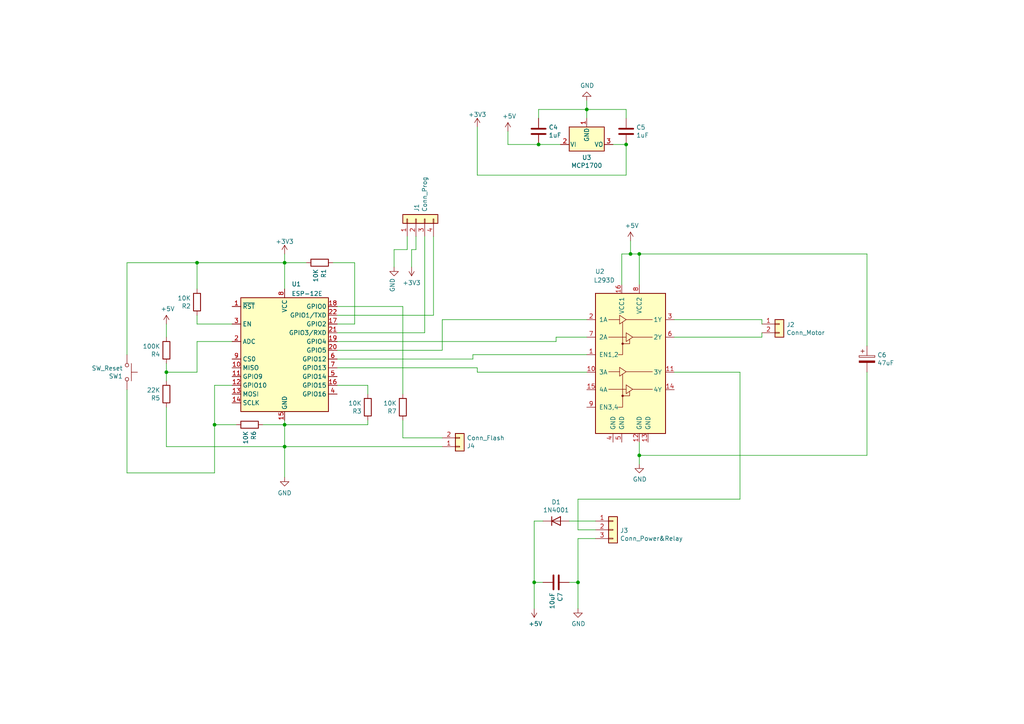
<source format=kicad_sch>
(kicad_sch (version 20211123) (generator eeschema)
  (paper "A4")
  (title_block (title "Automatisation lampe IKEA") (date "2021-12-26") (rev "1.1.3") (company "MAXIME MAUCOURANT"))
  (lib_symbols
    (symbol "Connector_Generic:Conn_01x02" (pin_names (offset 1.016) hide)
      (property "Reference" "J" (at 0 2.54 0))
      (property "Value" "Conn_01x02" (at 0 -5.08 0))
      (symbol "Conn_01x02_1_1"
        (rectangle (start -1.27 -2.413) (end 0 -2.667) (stroke (width 0.1524)))
        (rectangle (start -1.27 0.127) (end 0 -0.127) (stroke (width 0.1524)))
        (rectangle (start -1.27 1.27) (end 1.27 -3.81) (stroke (width 0.254)) (fill (type background)))
        (pin passive line (at -5.08 0 0) (length 3.81) (name "Pin_1") (number "1"))
        (pin passive line (at -5.08 -2.54 0) (length 3.81) (name "Pin_2") (number "2"))
      )
    )
    (symbol "Connector_Generic:Conn_01x03" (pin_names (offset 1.016) hide)
      (property "Reference" "J" (at 0 5.08 0))
      (property "Value" "Conn_01x03" (at 0 -5.08 0))
      (symbol "Conn_01x03_1_1"
        (rectangle (start -1.27 -2.413) (end 0 -2.667) (stroke (width 0.1524)))
        (rectangle (start -1.27 0.127) (end 0 -0.127) (stroke (width 0.1524)))
        (rectangle (start -1.27 2.667) (end 0 2.413) (stroke (width 0.1524)))
        (rectangle (start -1.27 3.81) (end 1.27 -3.81) (stroke (width 0.254)) (fill (type background)))
        (pin passive line (at -5.08 2.54 0) (length 3.81) (name "Pin_1") (number "1"))
        (pin passive line (at -5.08 0 0) (length 3.81) (name "Pin_2") (number "2"))
        (pin passive line (at -5.08 -2.54 0) (length 3.81) (name "Pin_3") (number "3"))
      )
    )
    (symbol "Connector_Generic:Conn_01x04" (pin_names (offset 1.016) hide)
      (property "Reference" "J" (at 0 5.08 0))
      (property "Value" "Conn_01x04" (at 0 -7.62 0))
      (symbol "Conn_01x04_1_1"
        (rectangle (start -1.27 -4.953) (end 0 -5.207) (stroke (width 0.1524)))
        (rectangle (start -1.27 -2.413) (end 0 -2.667) (stroke (width 0.1524)))
        (rectangle (start -1.27 0.127) (end 0 -0.127) (stroke (width 0.1524)))
        (rectangle (start -1.27 2.667) (end 0 2.413) (stroke (width 0.1524)))
        (rectangle (start -1.27 3.81) (end 1.27 -6.35) (stroke (width 0.254)) (fill (type background)))
        (pin passive line (at -5.08 2.54 0) (length 3.81) (name "Pin_1") (number "1"))
        (pin passive line (at -5.08 0 0) (length 3.81) (name "Pin_2") (number "2"))
        (pin passive line (at -5.08 -2.54 0) (length 3.81) (name "Pin_3") (number "3"))
        (pin passive line (at -5.08 -5.08 0) (length 3.81) (name "Pin_4") (number "4"))
      )
    )
    (symbol "Device:C" (pin_numbers hide) (pin_names (offset 0.254))
      (property "Reference" "C" (at 0.635 2.54 0))
      (property "Value" "C" (at 0.635 -2.54 0))
      (symbol "C_0_1"
        (polyline (pts (xy -2.032 -0.762) (xy 2.032 -0.762)) (stroke (width 0.508)))
        (polyline (pts (xy -2.032 0.762) (xy 2.032 0.762)) (stroke (width 0.508)))
      )
      (symbol "C_1_1"
        (pin passive line (at 0 3.81 270) (length 2.794) (name "~") (number "1"))
        (pin passive line (at 0 -3.81 90) (length 2.794) (name "~") (number "2"))
      )
    )
    (symbol "Device:CP" (pin_numbers hide) (pin_names (offset 0.254))
      (property "Reference" "C" (at 0.635 2.54 0))
      (property "Value" "Device_CP" (at 0.635 -2.54 0))
      (symbol "CP_0_1"
        (rectangle (start -2.286 0.508) (end 2.286 1.016))
        (polyline (pts (xy -1.778 2.286) (xy -0.762 2.286)))
        (polyline (pts (xy -1.27 2.794) (xy -1.27 1.778)))
        (rectangle (start 2.286 -0.508) (end -2.286 -1.016) (fill (type outline)))
      )
      (symbol "CP_1_1"
        (pin passive line (at 0 3.81 270) (length 2.794) (name "~") (number "1"))
        (pin passive line (at 0 -3.81 90) (length 2.794) (name "~") (number "2"))
      )
    )
    (symbol "Device:R" (pin_numbers hide) (pin_names (offset 0))
      (property "Reference" "R" (at 2.032 0 90))
      (property "Value" "R" (at 0 0 90))
      (symbol "R_0_1"
        (rectangle (start -1.016 -2.54) (end 1.016 2.54) (stroke (width 0.254)))
      )
      (symbol "R_1_1"
        (pin passive line (at 0 3.81 270) (length 1.27) (name "~") (number "1"))
        (pin passive line (at 0 -3.81 90) (length 1.27) (name "~") (number "2"))
      )
    )
    (symbol "Diode:1N4001" (pin_numbers hide) (pin_names (offset 1.016) hide)
      (property "Reference" "D" (at 0 2.54 0))
      (property "Value" "1N4001" (at 0 -2.54 0))
      (symbol "1N4001_0_1"
        (polyline (pts (xy -1.27 1.27) (xy -1.27 -1.27)) (stroke (width 0.254)))
        (polyline (pts (xy 1.27 0) (xy -1.27 0)))
        (polyline (pts (xy 1.27 1.27) (xy 1.27 -1.27) (xy -1.27 0) (xy 1.27 1.27)) (stroke (width 0.254)))
      )
      (symbol "1N4001_1_1"
        (pin passive line (at -3.81 0 0) (length 2.54) (name "K") (number "1"))
        (pin passive line (at 3.81 0 180) (length 2.54) (name "A") (number "2"))
      )
    )
    (symbol "Driver_Motor:L293D" (pin_names (offset 1.016))
      (property "Reference" "U" (at -5.08 26.035 0))
      (property "Value" "L293D" (at -5.08 24.13 0))
      (symbol "L293D_0_1"
        (rectangle (start -10.16 22.86) (end 10.16 -17.78) (stroke (width 0.254)) (fill (type background)))
        (circle (center -2.286 -6.858) (radius 0.254) (fill (type outline)))
        (circle (center -2.286 8.255) (radius 0.254) (fill (type outline)))
        (polyline (pts (xy -6.35 -4.953) (xy -1.27 -4.953)))
        (polyline (pts (xy -6.35 0.127) (xy -3.175 0.127)))
        (polyline (pts (xy -6.35 10.16) (xy -1.27 10.16)))
        (polyline (pts (xy -6.35 15.24) (xy -3.175 15.24)))
        (polyline (pts (xy -1.27 0.127) (xy 6.35 0.127)))
        (polyline (pts (xy -1.27 15.24) (xy 6.35 15.24)))
        (polyline (pts (xy 0.635 -4.953) (xy 6.35 -4.953)))
        (polyline (pts (xy 0.635 10.16) (xy 6.35 10.16)))
        (polyline (pts (xy -2.286 -6.858) (xy -0.254 -6.858) (xy -0.254 -5.588)))
        (polyline (pts (xy -2.286 -0.635) (xy -2.286 -10.16) (xy -3.556 -10.16)))
        (polyline (pts (xy -2.286 8.255) (xy -0.254 8.255) (xy -0.254 9.525)))
        (polyline (pts (xy -2.286 14.478) (xy -2.286 5.08) (xy -3.556 5.08)))
        (polyline (pts (xy -3.175 1.397) (xy -3.175 -1.143) (xy -1.27 0.127) (xy -3.175 1.397)))
        (polyline (pts (xy -3.175 16.51) (xy -3.175 13.97) (xy -1.27 15.24) (xy -3.175 16.51)))
        (polyline (pts (xy -1.27 -3.683) (xy -1.27 -6.223) (xy 0.635 -4.953) (xy -1.27 -3.683)))
        (polyline (pts (xy -1.27 11.43) (xy -1.27 8.89) (xy 0.635 10.16) (xy -1.27 11.43)))
      )
      (symbol "L293D_1_1"
        (pin input line (at -12.7 5.08 0) (length 2.54) (name "EN1,2") (number "1"))
        (pin input line (at -12.7 0 0) (length 2.54) (name "3A") (number "10"))
        (pin output line (at 12.7 0 180) (length 2.54) (name "3Y") (number "11"))
        (pin power_in line (at 2.54 -20.32 90) (length 2.54) (name "GND") (number "12"))
        (pin power_in line (at 5.08 -20.32 90) (length 2.54) (name "GND") (number "13"))
        (pin output line (at 12.7 -5.08 180) (length 2.54) (name "4Y") (number "14"))
        (pin input line (at -12.7 -5.08 0) (length 2.54) (name "4A") (number "15"))
        (pin power_in line (at -2.54 25.4 270) (length 2.54) (name "VCC1") (number "16"))
        (pin input line (at -12.7 15.24 0) (length 2.54) (name "1A") (number "2"))
        (pin output line (at 12.7 15.24 180) (length 2.54) (name "1Y") (number "3"))
        (pin power_in line (at -5.08 -20.32 90) (length 2.54) (name "GND") (number "4"))
        (pin power_in line (at -2.54 -20.32 90) (length 2.54) (name "GND") (number "5"))
        (pin output line (at 12.7 10.16 180) (length 2.54) (name "2Y") (number "6"))
        (pin input line (at -12.7 10.16 0) (length 2.54) (name "2A") (number "7"))
        (pin power_in line (at 2.54 25.4 270) (length 2.54) (name "VCC2") (number "8"))
        (pin input line (at -12.7 -10.16 0) (length 2.54) (name "EN3,4") (number "9"))
      )
    )
    (symbol "RF_Module:ESP-12E"
      (property "Reference" "U" (at -12.7 19.05 0))
      (property "Value" "ESP-12E" (at 12.7 19.05 0))
      (symbol "ESP-12E_0_1"
        (rectangle (start -12.7 17.78) (end 12.7 -15.24) (stroke (width 0.254)) (fill (type background)))
      )
      (symbol "ESP-12E_1_1"
        (pin input line (at -15.24 15.24 0) (length 2.54) (name "~{RST}") (number "1"))
        (pin bidirectional line (at -15.24 -2.54 0) (length 2.54) (name "MISO") (number "10"))
        (pin bidirectional line (at -15.24 -5.08 0) (length 2.54) (name "GPIO9") (number "11"))
        (pin bidirectional line (at -15.24 -7.62 0) (length 2.54) (name "GPIO10") (number "12"))
        (pin bidirectional line (at -15.24 -10.16 0) (length 2.54) (name "MOSI") (number "13"))
        (pin bidirectional line (at -15.24 -12.7 0) (length 2.54) (name "SCLK") (number "14"))
        (pin power_in line (at 0 -17.78 90) (length 2.54) (name "GND") (number "15"))
        (pin bidirectional line (at 15.24 -7.62 180) (length 2.54) (name "GPIO15") (number "16"))
        (pin bidirectional line (at 15.24 10.16 180) (length 2.54) (name "GPIO2") (number "17"))
        (pin bidirectional line (at 15.24 15.24 180) (length 2.54) (name "GPIO0") (number "18"))
        (pin bidirectional line (at 15.24 5.08 180) (length 2.54) (name "GPIO4") (number "19"))
        (pin input line (at -15.24 5.08 0) (length 2.54) (name "ADC") (number "2"))
        (pin bidirectional line (at 15.24 2.54 180) (length 2.54) (name "GPIO5") (number "20"))
        (pin bidirectional line (at 15.24 7.62 180) (length 2.54) (name "GPIO3/RXD") (number "21"))
        (pin bidirectional line (at 15.24 12.7 180) (length 2.54) (name "GPIO1/TXD") (number "22"))
        (pin input line (at -15.24 10.16 0) (length 2.54) (name "EN") (number "3"))
        (pin bidirectional line (at 15.24 -10.16 180) (length 2.54) (name "GPIO16") (number "4"))
        (pin bidirectional line (at 15.24 -5.08 180) (length 2.54) (name "GPIO14") (number "5"))
        (pin bidirectional line (at 15.24 0 180) (length 2.54) (name "GPIO12") (number "6"))
        (pin bidirectional line (at 15.24 -2.54 180) (length 2.54) (name "GPIO13") (number "7"))
        (pin power_in line (at 0 20.32 270) (length 2.54) (name "VCC") (number "8"))
        (pin input line (at -15.24 0 0) (length 2.54) (name "CS0") (number "9"))
      )
    )
    (symbol "Regulator_Linear:MCP1700-1202E_TO92" (pin_names (offset 0.254))
      (property "Reference" "U" (at -3.81 -3.175 0))
      (property "Value" "MCP1700-1202E_TO92" (at 0 -3.175 0))
      (symbol "MCP1700-1202E_TO92_0_1"
        (rectangle (start -5.08 5.08) (end 5.08 -1.905) (stroke (width 0.254)) (fill (type background)))
      )
      (symbol "MCP1700-1202E_TO92_1_1"
        (pin power_in line (at 0 7.62 270) (length 2.54) (name "GND") (number "1"))
        (pin power_in line (at -7.62 0 0) (length 2.54) (name "VI") (number "2"))
        (pin power_out line (at 7.62 0 180) (length 2.54) (name "VO") (number "3"))
      )
    )
    (symbol "Switch:SW_Push" (pin_numbers hide) (pin_names (offset 1.016) hide)
      (property "Reference" "SW" (at 1.27 2.54 0))
      (property "Value" "SW_Push" (at 0 -1.524 0))
      (symbol "SW_Push_0_1"
        (circle (center -2.032 0) (radius 0.508))
        (polyline (pts (xy 0 1.27) (xy 0 3.048)))
        (polyline (pts (xy 2.54 1.27) (xy -2.54 1.27)))
        (circle (center 2.032 0) (radius 0.508))
        (pin passive line (at -5.08 0 0) (length 2.54) (name "1") (number "1"))
        (pin passive line (at 5.08 0 180) (length 2.54) (name "2") (number "2"))
      )
    )
    (symbol "power:+3.3V" (power) (pin_names (offset 0))
      (property "Value" "+3.3V" (at 0 3.556 0))
      (symbol "+3.3V_0_1"
        (polyline (pts (xy -0.762 1.27) (xy 0 2.54)))
        (polyline (pts (xy 0 0) (xy 0 2.54)))
        (polyline (pts (xy 0 2.54) (xy 0.762 1.27)))
      )
      (symbol "+3.3V_1_1"
        (pin power_in line (at 0 0 90) (length 0) hide (name "+3V3") (number "1"))
      )
    )
    (symbol "power:+5V" (power) (pin_names (offset 0))
      (property "Value" "+5V" (at 0 3.556 0))
      (symbol "+5V_0_1"
        (polyline (pts (xy -0.762 1.27) (xy 0 2.54)))
        (polyline (pts (xy 0 0) (xy 0 2.54)))
        (polyline (pts (xy 0 2.54) (xy 0.762 1.27)))
      )
      (symbol "+5V_1_1"
        (pin power_in line (at 0 0 90) (length 0) hide (name "+5V") (number "1"))
      )
    )
    (symbol "power:GND" (power) (pin_names (offset 0))
      (property "Value" "GND" (at 0 -3.81 0))
      (symbol "GND_0_1"
        (polyline (pts (xy 0 0) (xy 0 -1.27) (xy 1.27 -1.27) (xy 0 -2.54) (xy -1.27 -1.27) (xy 0 -1.27)))
      )
      (symbol "GND_1_1"
        (pin power_in line (at 0 0 270) (length 0) hide (name "GND") (number "1"))
      )
    )
  )
  (junction (at 170.18 31.75))
  (junction (at 156.21 41.91))
  (junction (at 167.64 168.91))
  (junction (at 185.42 132.08))
  (junction (at 57.15 76.2))
  (junction (at 48.26 107.95))
  (junction (at 82.55 123.19))
  (junction (at 82.55 76.2))
  (junction (at 62.23 123.19))
  (junction (at 154.94 168.91))
  (junction (at 181.61 41.91))
  (junction (at 182.88 73.66))
  (junction (at 185.42 73.66))
  (junction (at 82.55 129.54))
  (wire (pts (xy 62.23 111.76) (xy 62.23 123.19)))
  (wire (pts (xy 170.18 31.75) (xy 170.18 29.21)))
  (wire (pts (xy 195.58 107.95) (xy 214.63 107.95)))
  (wire (pts (xy 97.79 111.76) (xy 106.68 111.76)))
  (wire (pts (xy 36.83 113.03) (xy 36.83 137.16)))
  (wire (pts (xy 36.83 102.87) (xy 36.83 76.2)))
  (wire (pts (xy 137.16 104.14) (xy 97.79 104.14)))
  (wire (pts (xy 161.29 99.06) (xy 161.29 97.79)))
  (wire (pts (xy 97.79 88.9) (xy 116.84 88.9)))
  (wire (pts (xy 123.19 68.58) (xy 123.19 96.52)))
  (wire (pts (xy 157.48 168.91) (xy 154.94 168.91)))
  (wire (pts (xy 76.2 123.19) (xy 82.55 123.19)))
  (wire (pts (xy 251.46 107.95) (xy 251.46 132.08)))
  (wire (pts (xy 181.61 34.29) (xy 181.61 31.75)))
  (wire (pts (xy 67.31 99.06) (xy 57.15 99.06)))
  (wire (pts (xy 165.1 168.91) (xy 167.64 168.91)))
  (wire (pts (xy 82.55 123.19) (xy 82.55 129.54)))
  (wire (pts (xy 195.58 92.71) (xy 220.98 92.71)))
  (wire (pts (xy 82.55 121.92) (xy 82.55 123.19)))
  (wire (pts (xy 167.64 153.67) (xy 172.72 153.67)))
  (wire (pts (xy 170.18 92.71) (xy 128.27 92.71)))
  (wire (pts (xy 120.65 72.39) (xy 120.65 68.58)))
  (wire (pts (xy 147.32 41.91) (xy 156.21 41.91)))
  (wire (pts (xy 48.26 107.95) (xy 48.26 110.49)))
  (wire (pts (xy 82.55 129.54) (xy 82.55 138.43)))
  (wire (pts (xy 138.43 50.8) (xy 138.43 36.83)))
  (wire (pts (xy 177.8 41.91) (xy 181.61 41.91)))
  (wire (pts (xy 214.63 144.78) (xy 214.63 107.95)))
  (wire (pts (xy 102.87 76.2) (xy 102.87 93.98)))
  (wire (pts (xy 119.38 72.39) (xy 119.38 77.47)))
  (wire (pts (xy 62.23 111.76) (xy 67.31 111.76)))
  (wire (pts (xy 82.55 76.2) (xy 82.55 83.82)))
  (wire (pts (xy 48.26 93.98) (xy 48.26 97.79)))
  (wire (pts (xy 57.15 93.98) (xy 67.31 93.98)))
  (wire (pts (xy 57.15 83.82) (xy 57.15 76.2)))
  (wire (pts (xy 48.26 118.11) (xy 48.26 129.54)))
  (wire (pts (xy 170.18 34.29) (xy 170.18 31.75)))
  (wire (pts (xy 138.43 107.95) (xy 138.43 106.68)))
  (wire (pts (xy 57.15 99.06) (xy 57.15 107.95)))
  (wire (pts (xy 36.83 76.2) (xy 57.15 76.2)))
  (wire (pts (xy 147.32 38.1) (xy 147.32 41.91)))
  (wire (pts (xy 167.64 168.91) (xy 167.64 176.53)))
  (wire (pts (xy 154.94 168.91) (xy 154.94 176.53)))
  (wire (pts (xy 62.23 123.19) (xy 62.23 137.16)))
  (wire (pts (xy 82.55 73.66) (xy 82.55 76.2)))
  (wire (pts (xy 138.43 106.68) (xy 97.79 106.68)))
  (wire (pts (xy 57.15 91.44) (xy 57.15 93.98)))
  (wire (pts (xy 185.42 128.27) (xy 185.42 132.08)))
  (wire (pts (xy 182.88 73.66) (xy 185.42 73.66)))
  (wire (pts (xy 180.34 82.55) (xy 180.34 73.66)))
  (wire (pts (xy 114.3 72.39) (xy 114.3 77.47)))
  (wire (pts (xy 156.21 41.91) (xy 162.56 41.91)))
  (wire (pts (xy 167.64 156.21) (xy 172.72 156.21)))
  (wire (pts (xy 137.16 102.87) (xy 137.16 104.14)))
  (wire (pts (xy 106.68 121.92) (xy 106.68 123.19)))
  (wire (pts (xy 154.94 151.13) (xy 157.48 151.13)))
  (wire (pts (xy 82.55 123.19) (xy 106.68 123.19)))
  (wire (pts (xy 185.42 132.08) (xy 185.42 134.62)))
  (wire (pts (xy 114.3 72.39) (xy 118.11 72.39)))
  (wire (pts (xy 82.55 129.54) (xy 128.27 129.54)))
  (wire (pts (xy 48.26 107.95) (xy 48.26 105.41)))
  (wire (pts (xy 118.11 72.39) (xy 118.11 68.58)))
  (wire (pts (xy 185.42 73.66) (xy 185.42 82.55)))
  (wire (pts (xy 36.83 137.16) (xy 62.23 137.16)))
  (wire (pts (xy 106.68 111.76) (xy 106.68 114.3)))
  (wire (pts (xy 181.61 50.8) (xy 138.43 50.8)))
  (wire (pts (xy 220.98 97.79) (xy 220.98 96.52)))
  (wire (pts (xy 165.1 151.13) (xy 172.72 151.13)))
  (wire (pts (xy 154.94 151.13) (xy 154.94 168.91)))
  (wire (pts (xy 181.61 31.75) (xy 170.18 31.75)))
  (wire (pts (xy 128.27 92.71) (xy 128.27 101.6)))
  (wire (pts (xy 167.64 156.21) (xy 167.64 168.91)))
  (wire (pts (xy 128.27 101.6) (xy 97.79 101.6)))
  (wire (pts (xy 156.21 31.75) (xy 170.18 31.75)))
  (wire (pts (xy 82.55 76.2) (xy 88.9 76.2)))
  (wire (pts (xy 97.79 91.44) (xy 125.73 91.44)))
  (wire (pts (xy 48.26 129.54) (xy 82.55 129.54)))
  (wire (pts (xy 220.98 92.71) (xy 220.98 93.98)))
  (wire (pts (xy 62.23 123.19) (xy 68.58 123.19)))
  (wire (pts (xy 195.58 97.79) (xy 220.98 97.79)))
  (wire (pts (xy 156.21 34.29) (xy 156.21 31.75)))
  (wire (pts (xy 116.84 127) (xy 128.27 127)))
  (wire (pts (xy 185.42 73.66) (xy 251.46 73.66)))
  (wire (pts (xy 97.79 96.52) (xy 123.19 96.52)))
  (wire (pts (xy 167.64 144.78) (xy 167.64 153.67)))
  (wire (pts (xy 214.63 144.78) (xy 167.64 144.78)))
  (wire (pts (xy 182.88 69.85) (xy 182.88 73.66)))
  (wire (pts (xy 181.61 50.8) (xy 181.61 41.91)))
  (wire (pts (xy 251.46 73.66) (xy 251.46 100.33)))
  (wire (pts (xy 161.29 97.79) (xy 170.18 97.79)))
  (wire (pts (xy 119.38 72.39) (xy 120.65 72.39)))
  (wire (pts (xy 180.34 73.66) (xy 182.88 73.66)))
  (wire (pts (xy 97.79 99.06) (xy 161.29 99.06)))
  (wire (pts (xy 102.87 93.98) (xy 97.79 93.98)))
  (wire (pts (xy 185.42 132.08) (xy 251.46 132.08)))
  (wire (pts (xy 57.15 107.95) (xy 48.26 107.95)))
  (wire (pts (xy 125.73 68.58) (xy 125.73 91.44)))
  (wire (pts (xy 116.84 88.9) (xy 116.84 114.3)))
  (wire (pts (xy 170.18 102.87) (xy 137.16 102.87)))
  (wire (pts (xy 116.84 127) (xy 116.84 121.92)))
  (wire (pts (xy 138.43 107.95) (xy 170.18 107.95)))
  (wire (pts (xy 96.52 76.2) (xy 102.87 76.2)))
  (wire (pts (xy 57.15 76.2) (xy 82.55 76.2)))
  (symbol (lib_id "Connector_Generic:Conn_01x03") (at 177.8 153.67 0) (unit 1)
    (property "Reference" "J3" (at 179.832 153.8732 0) (effects (justify left)))
    (property "Value" "Conn_Power&Relay" (at 179.832 156.1846 0) (effects (justify left)))
    (property "Footprint" "Connector_PinHeader_2.54mm:PinHeader_1x03_P2.54mm_Vertical" (effects hide))
  )
  (symbol (lib_id "power:+5V") (at 154.94 176.53 0) (mirror x) (unit 1)
    (property "Reference" "#PWR08" (effects hide))
    (property "Value" "+5V" (at 155.321 180.9242 0))
  )
  (symbol (lib_id "power:GND") (at 167.64 176.53 0) (unit 1)
    (property "Reference" "#PWR09" (effects hide))
    (property "Value" "GND" (at 167.767 180.9242 0))
  )
  (symbol (lib_id "Driver_Motor:L293D") (at 182.88 107.95 0) (unit 1)
    (property "Reference" "U2" (at 173.99 78.74 0))
    (property "Value" "L293D" (at 175.26 81.28 0))
    (property "Footprint" "Package_DIP:DIP-16_W7.62mm" (effects hide))
    (property "Datasheet" "http://www.ti.com/lit/ds/symlink/l293.pdf" (effects hide))
  )
  (symbol (lib_id "power:GND") (at 185.42 134.62 0) (unit 1)
    (property "Reference" "#PWR0101" (effects hide))
    (property "Value" "GND" (at 185.547 139.0142 0))
  )
  (symbol (lib_id "power:+5V") (at 182.88 69.85 0) (unit 1)
    (property "Reference" "#PWR0102" (effects hide))
    (property "Value" "+5V" (at 183.261 65.4558 0))
  )
  (symbol (lib_id "Connector_Generic:Conn_01x02") (at 226.06 93.98 0) (unit 1)
    (property "Reference" "J2" (at 228.092 94.1832 0) (effects (justify left)))
    (property "Value" "Conn_Motor" (at 228.092 96.4946 0) (effects (justify left)))
    (property "Footprint" "Connector_PinHeader_2.54mm:PinHeader_1x02_P2.54mm_Vertical" (effects hide))
  )
  (symbol (lib_id "Regulator_Linear:MCP1700-1202E_TO92") (at 170.18 41.91 0) (unit 1)
    (property "Reference" "U3" (at 170.18 45.6946 0))
    (property "Value" "MCP1700" (at 170.18 48.006 0))
    (property "Footprint" "Package_TO_SOT_THT:TO-92L_Wide" (effects hide))
    (property "Datasheet" "http://ww1.microchip.com/downloads/en/DeviceDoc/20001826D.pdf" (effects hide))
  )
  (symbol (lib_id "power:+5V") (at 147.32 38.1 0) (unit 1)
    (property "Reference" "#PWR0103" (effects hide))
    (property "Value" "+5V" (at 147.701 33.7058 0))
  )
  (symbol (lib_id "power:GND") (at 170.18 29.21 0) (mirror x) (unit 1)
    (property "Reference" "#PWR0104" (effects hide))
    (property "Value" "GND" (at 170.307 24.8158 0))
  )
  (symbol (lib_id "Device:C") (at 156.21 38.1 0) (unit 1)
    (property "Reference" "C4" (at 159.131 36.9316 0) (effects (justify left)))
    (property "Value" "1uF" (at 159.131 39.243 0) (effects (justify left)))
    (property "Footprint" "Capacitor_THT:C_Rect_L4.0mm_W2.5mm_P2.50mm" (effects hide))
  )
  (symbol (lib_id "Device:C") (at 181.61 38.1 0) (unit 1)
    (property "Reference" "C5" (at 184.531 36.9316 0) (effects (justify left)))
    (property "Value" "1uF" (at 184.531 39.243 0) (effects (justify left)))
    (property "Footprint" "Capacitor_THT:C_Rect_L4.0mm_W2.5mm_P2.50mm" (effects hide))
  )
  (symbol (lib_id "Diode:1N4001") (at 161.29 151.13 0) (unit 1)
    (property "Reference" "D1" (at 161.29 145.6182 0))
    (property "Value" "1N4001" (at 161.29 147.9296 0))
    (property "Footprint" "Diode_THT:D_DO-35_SOD27_P7.62mm_Horizontal" (effects hide))
    (property "Datasheet" "http://www.vishay.com/docs/88503/1n4001.pdf" (effects hide))
  )
  (symbol (lib_id "Switch:SW_Push") (at 36.83 107.95 270) (unit 1)
    (property "Reference" "SW1" (at 35.6108 109.1184 90) (effects (justify right)))
    (property "Value" "SW_Reset" (at 35.6108 106.807 90) (effects (justify right)))
    (property "Footprint" "Button_Switch_THT:SW_PUSH_6mm_H4.3mm" (effects hide))
  )
  (symbol (lib_id "Device:R") (at 48.26 114.3 180) (unit 1)
    (property "Reference" "R5" (at 46.482 115.4684 0) (effects (justify left)))
    (property "Value" "22K" (at 46.482 113.157 0) (effects (justify left)))
    (property "Footprint" "Resistor_THT:R_Axial_DIN0204_L3.6mm_D1.6mm_P7.62mm_Horizontal" (effects hide))
  )
  (symbol (lib_id "Device:R") (at 72.39 123.19 270) (unit 1)
    (property "Reference" "R6" (at 73.5584 124.968 0) (effects (justify left)))
    (property "Value" "10K" (at 71.247 124.968 0) (effects (justify left)))
    (property "Footprint" "Resistor_THT:R_Axial_DIN0204_L3.6mm_D1.6mm_P7.62mm_Horizontal" (effects hide))
  )
  (symbol (lib_id "Device:R") (at 116.84 118.11 180) (unit 1)
    (property "Reference" "R7" (at 115.062 119.2784 0) (effects (justify left)))
    (property "Value" "10K" (at 115.062 116.967 0) (effects (justify left)))
    (property "Footprint" "Resistor_THT:R_Axial_DIN0204_L3.6mm_D1.6mm_P7.62mm_Horizontal" (effects hide))
  )
  (symbol (lib_id "Connector_Generic:Conn_01x02") (at 133.35 129.54 0) (mirror x) (unit 1)
    (property "Reference" "J4" (at 135.382 129.3368 0) (effects (justify left)))
    (property "Value" "Conn_Flash" (at 135.382 127.0254 0) (effects (justify left)))
    (property "Footprint" "Connector_PinHeader_2.54mm:PinHeader_1x02_P2.54mm_Vertical" (effects hide))
  )
  (symbol (lib_id "Device:R") (at 57.15 87.63 180) (unit 1)
    (property "Reference" "R2" (at 55.372 88.7984 0) (effects (justify left)))
    (property "Value" "10K" (at 55.372 86.487 0) (effects (justify left)))
    (property "Footprint" "Resistor_THT:R_Axial_DIN0204_L3.6mm_D1.6mm_P7.62mm_Horizontal" (effects hide))
  )
  (symbol (lib_id "power:GND") (at 114.3 77.47 0) (unit 1)
    (property "Reference" "#PWR0107" (effects hide))
    (property "Value" "GND" (at 113.821 80.645 90) (effects (justify right)))
  )
  (symbol (lib_id "power:GND") (at 82.55 138.43 0) (unit 1)
    (property "Reference" "#PWR0108" (effects hide))
    (property "Value" "GND" (at 82.55 142.9925 0))
  )
  (symbol (lib_id "Device:R") (at 48.26 101.6 180) (unit 1)
    (property "Reference" "R4" (at 46.482 102.7684 0) (effects (justify left)))
    (property "Value" "100K" (at 46.482 100.457 0) (effects (justify left)))
    (property "Footprint" "Resistor_THT:R_Axial_DIN0204_L3.6mm_D1.6mm_P7.62mm_Horizontal" (effects hide))
  )
  (symbol (lib_id "power:+3.3V") (at 119.38 77.47 0) (mirror x) (unit 1)
    (property "Reference" "#PWR0110" (effects hide))
    (property "Value" "+3.3V" (at 119.38 82.0325 0))
  )
  (symbol (lib_id "power:+3.3V") (at 82.55 73.66 0) (unit 1)
    (property "Reference" "#PWR0106" (effects hide))
    (property "Value" "+3.3V" (at 82.55 70.0555 0))
  )
  (symbol (lib_id "Connector_Generic:Conn_01x04") (at 120.65 63.5 90) (unit 1)
    (property "Reference" "J1" (at 120.8532 61.468 0) (effects (justify left)))
    (property "Value" "Conn_Prog" (at 123.1646 61.468 0) (effects (justify left)))
    (property "Footprint" "Connector_PinHeader_2.54mm:PinHeader_1x04_P2.54mm_Vertical" (effects hide))
  )
  (symbol (lib_id "RF_Module:ESP-12E") (at 82.55 104.14 0) (unit 1)
    (property "Reference" "U1" (at 84.5694 82.3935 0) (effects (justify left)))
    (property "Value" "ESP-12E" (at 84.5694 85.1686 0) (effects (justify left)))
    (property "Footprint" "RF_Module:ESP-12E" (effects hide))
    (property "Datasheet" "http://wiki.ai-thinker.com/_media/esp8266/esp8266_series_modules_user_manual_v1.1.pdf" (effects hide))
  )
  (symbol (lib_id "power:+3.3V") (at 138.43 36.83 0) (unit 1)
    (property "Reference" "#PWR0105" (effects hide))
    (property "Value" "+3.3V" (at 138.43 33.2255 0))
  )
  (symbol (lib_id "Device:R") (at 106.68 118.11 180) (unit 1)
    (property "Reference" "R3" (at 104.902 119.2784 0) (effects (justify left)))
    (property "Value" "10K" (at 104.902 116.967 0) (effects (justify left)))
    (property "Footprint" "Resistor_THT:R_Axial_DIN0204_L3.6mm_D1.6mm_P7.62mm_Horizontal" (effects hide))
  )
  (symbol (lib_id "power:+5V") (at 48.26 93.98 0) (unit 1)
    (property "Reference" "#PWR0109" (effects hide))
    (property "Value" "+5V" (at 48.641 89.5858 0))
  )
  (symbol (lib_id "Device:R") (at 92.71 76.2 270) (unit 1)
    (property "Reference" "R1" (at 93.8784 77.978 0) (effects (justify left)))
    (property "Value" "10K" (at 91.567 77.978 0) (effects (justify left)))
    (property "Footprint" "Resistor_THT:R_Axial_DIN0204_L3.6mm_D1.6mm_P7.62mm_Horizontal" (effects hide))
  )
  (symbol (lib_id "Device:CP") (at 251.46 104.14 0) (unit 1)
    (property "Reference" "C6" (at 254.4572 102.9716 0) (effects (justify left)))
    (property "Value" "47uF" (at 254.4572 105.283 0) (effects (justify left)))
    (property "Footprint" "Capacitor_THT:CP_Radial_D5.0mm_P2.50mm" (effects hide))
  )
  (symbol (lib_id "Device:C") (at 161.29 168.91 270) (unit 1)
    (property "Reference" "C7" (at 162.4584 171.831 0) (effects (justify left)))
    (property "Value" "10uF" (at 160.147 171.831 0) (effects (justify left)))
    (property "Footprint" "Capacitor_THT:C_Rect_L4.0mm_W2.5mm_P2.50mm" (effects hide))
  )
)
</source>
